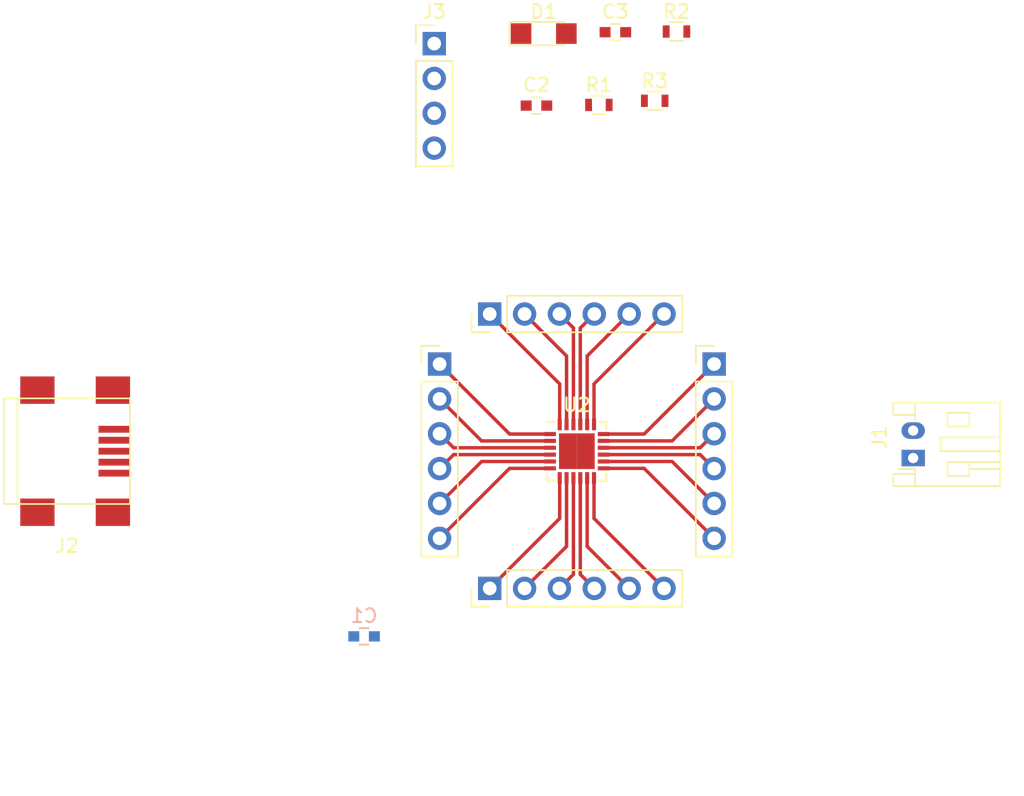
<source format=kicad_pcb>
(kicad_pcb (version 20171130) (host pcbnew 5.0.0-rc2-dev-unknown-5a90858~64~ubuntu18.04.1)

  (general
    (thickness 1.6)
    (drawings 0)
    (tracks 48)
    (zones 0)
    (modules 15)
    (nets 19)
  )

  (page A4)
  (layers
    (0 F.Cu signal)
    (31 B.Cu signal)
    (32 B.Adhes user)
    (33 F.Adhes user)
    (34 B.Paste user)
    (35 F.Paste user)
    (36 B.SilkS user)
    (37 F.SilkS user)
    (38 B.Mask user)
    (39 F.Mask user)
    (40 Dwgs.User user)
    (41 Cmts.User user)
    (42 Eco1.User user)
    (43 Eco2.User user)
    (44 Edge.Cuts user)
    (45 Margin user)
    (46 B.CrtYd user)
    (47 F.CrtYd user)
    (48 B.Fab user)
    (49 F.Fab user)
  )

  (setup
    (last_trace_width 0.25)
    (trace_clearance 0.2)
    (zone_clearance 0.508)
    (zone_45_only no)
    (trace_min 0.2)
    (segment_width 0.2)
    (edge_width 0.15)
    (via_size 0.6)
    (via_drill 0.4)
    (via_min_size 0.4)
    (via_min_drill 0.3)
    (uvia_size 0.3)
    (uvia_drill 0.1)
    (uvias_allowed no)
    (uvia_min_size 0.2)
    (uvia_min_drill 0.1)
    (pcb_text_width 0.3)
    (pcb_text_size 1.5 1.5)
    (mod_edge_width 0.15)
    (mod_text_size 1 1)
    (mod_text_width 0.15)
    (pad_size 1.7 1.7)
    (pad_drill 1)
    (pad_to_mask_clearance 0.2)
    (aux_axis_origin 0 0)
    (visible_elements FFFEFF7F)
    (pcbplotparams
      (layerselection 0x00030_80000001)
      (usegerberextensions false)
      (usegerberattributes false)
      (usegerberadvancedattributes false)
      (creategerberjobfile false)
      (excludeedgelayer true)
      (linewidth 0.100000)
      (plotframeref false)
      (viasonmask false)
      (mode 1)
      (useauxorigin false)
      (hpglpennumber 1)
      (hpglpenspeed 20)
      (hpglpendiameter 15)
      (psnegative false)
      (psa4output false)
      (plotreference true)
      (plotvalue true)
      (plotinvisibletext false)
      (padsonsilk false)
      (subtractmaskfromsilk false)
      (outputformat 1)
      (mirror false)
      (drillshape 1)
      (scaleselection 1)
      (outputdirectory ""))
  )

  (net 0 "")
  (net 1 GND)
  (net 2 LTC_IN)
  (net 3 LTC_OUT)
  (net 4 LTC_BAT)
  (net 5 LTC_NC)
  (net 6 LTC_CLDIS)
  (net 7 LTC_SUSP)
  (net 8 LTC_SHDN)
  (net 9 LTC_NTC)
  (net 10 LTC_V_NTC)
  (net 11 LTC_CHRGR)
  (net 12 LTC_POL)
  (net 13 LTC_WALL)
  (net 14 LTC_TIMER)
  (net 15 LTC_CLPROG)
  (net 16 LTC_PROG)
  (net 17 LTC_I_STAT)
  (net 18 "Net-(D1-Pad2)")

  (net_class Default "This is the default net class."
    (clearance 0.2)
    (trace_width 0.25)
    (via_dia 0.6)
    (via_drill 0.4)
    (uvia_dia 0.3)
    (uvia_drill 0.1)
    (add_net GND)
    (add_net LTC_BAT)
    (add_net LTC_CHRGR)
    (add_net LTC_CLDIS)
    (add_net LTC_CLPROG)
    (add_net LTC_IN)
    (add_net LTC_I_STAT)
    (add_net LTC_NC)
    (add_net LTC_NTC)
    (add_net LTC_OUT)
    (add_net LTC_POL)
    (add_net LTC_PROG)
    (add_net LTC_SHDN)
    (add_net LTC_SUSP)
    (add_net LTC_TIMER)
    (add_net LTC_V_NTC)
    (add_net LTC_WALL)
    (add_net "Net-(D1-Pad2)")
  )

  (module rca_switch_through_hole:Pin_Header_Straight_1x06_Pitch2.54mm_Modified locked (layer F.Cu) (tedit 5AC2F493) (tstamp 5AC2E955)
    (at 137.5 106.5)
    (descr "Through hole straight pin header, 1x06, 2.54mm pitch, single row")
    (tags "Through hole pin header THT 1x06 2.54mm single row")
    (fp_text reference REF** (at 0 -8.68) (layer F.SilkS) hide
      (effects (font (size 1 1) (thickness 0.15)))
    )
    (fp_text value Pin_Header_Straight_1x06_Pitch2.54mm (at 0 11.22) (layer F.Fab)
      (effects (font (size 1 1) (thickness 0.15)))
    )
    (fp_line (start -0.635 -7.62) (end 1.27 -7.62) (layer F.Fab) (width 0.1))
    (fp_line (start 1.27 -7.62) (end 1.27 7.62) (layer F.Fab) (width 0.1))
    (fp_line (start 1.27 7.62) (end -1.27 7.62) (layer F.Fab) (width 0.1))
    (fp_line (start -1.27 7.62) (end -1.27 -6.985) (layer F.Fab) (width 0.1))
    (fp_line (start -1.27 -6.985) (end -0.635 -7.62) (layer F.Fab) (width 0.1))
    (fp_line (start -1.33 7.68) (end 1.33 7.68) (layer F.SilkS) (width 0.12))
    (fp_line (start -1.33 -5.08) (end -1.33 7.68) (layer F.SilkS) (width 0.12))
    (fp_line (start 1.33 -5.08) (end 1.33 7.68) (layer F.SilkS) (width 0.12))
    (fp_line (start -1.33 -5.08) (end 1.33 -5.08) (layer F.SilkS) (width 0.12))
    (fp_line (start -1.33 -6.35) (end -1.33 -7.68) (layer F.SilkS) (width 0.12))
    (fp_line (start -1.33 -7.68) (end 0 -7.68) (layer F.SilkS) (width 0.12))
    (fp_line (start -1.8 -8.15) (end -1.8 8.15) (layer F.CrtYd) (width 0.05))
    (fp_line (start -1.8 8.15) (end 1.8 8.15) (layer F.CrtYd) (width 0.05))
    (fp_line (start 1.8 8.15) (end 1.8 -8.15) (layer F.CrtYd) (width 0.05))
    (fp_line (start 1.8 -8.15) (end -1.8 -8.15) (layer F.CrtYd) (width 0.05))
    (fp_text user %R (at 0 0 90) (layer F.Fab)
      (effects (font (size 1 1) (thickness 0.15)))
    )
    (pad 1 thru_hole rect (at 0 -6.35) (size 1.7 1.7) (drill 1) (layers *.Cu *.Mask)
      (net 3 LTC_OUT))
    (pad 2 thru_hole oval (at 0 -3.81) (size 1.7 1.7) (drill 1) (layers *.Cu *.Mask)
      (net 4 LTC_BAT))
    (pad 3 thru_hole oval (at 0 -1.27) (size 1.7 1.7) (drill 1) (layers *.Cu *.Mask)
      (net 3 LTC_OUT))
    (pad 4 thru_hole oval (at 0 1.27) (size 1.7 1.7) (drill 1) (layers *.Cu *.Mask)
      (net 4 LTC_BAT))
    (pad 5 thru_hole oval (at 0 3.81) (size 1.7 1.7) (drill 1) (layers *.Cu *.Mask)
      (net 4 LTC_BAT))
    (pad 6 thru_hole oval (at 0 6.35) (size 1.7 1.7) (drill 1) (layers *.Cu *.Mask)
      (net 5 LTC_NC))
    (model ${KISYS3DMOD}/Pin_Headers.3dshapes/Pin_Header_Straight_1x06_Pitch2.54mm.wrl
      (offset (xyz 0 6.349999904632568 0))
      (scale (xyz 1 1 1))
      (rotate (xyz 0 0 0))
    )
  )

  (module Housings_DFN_QFN:QFN-24-1EP_4x4mm_Pitch0.5mm locked (layer F.Cu) (tedit 54130A77) (tstamp 5AC2C5A3)
    (at 147.5 106.5)
    (descr "24-Lead Plastic Quad Flat, No Lead Package (MJ) - 4x4x0.9 mm Body [QFN]; (see Microchip Packaging Specification 00000049BS.pdf)")
    (tags "QFN 0.5")
    (path /5AC2C8EA)
    (attr smd)
    (fp_text reference U2 (at 0 -3.375) (layer F.SilkS)
      (effects (font (size 1 1) (thickness 0.15)))
    )
    (fp_text value LTC4066 (at 0 3.375) (layer F.Fab)
      (effects (font (size 1 1) (thickness 0.15)))
    )
    (fp_line (start -1 -2) (end 2 -2) (layer F.Fab) (width 0.15))
    (fp_line (start 2 -2) (end 2 2) (layer F.Fab) (width 0.15))
    (fp_line (start 2 2) (end -2 2) (layer F.Fab) (width 0.15))
    (fp_line (start -2 2) (end -2 -1) (layer F.Fab) (width 0.15))
    (fp_line (start -2 -1) (end -1 -2) (layer F.Fab) (width 0.15))
    (fp_line (start -2.65 -2.65) (end -2.65 2.65) (layer F.CrtYd) (width 0.05))
    (fp_line (start 2.65 -2.65) (end 2.65 2.65) (layer F.CrtYd) (width 0.05))
    (fp_line (start -2.65 -2.65) (end 2.65 -2.65) (layer F.CrtYd) (width 0.05))
    (fp_line (start -2.65 2.65) (end 2.65 2.65) (layer F.CrtYd) (width 0.05))
    (fp_line (start 2.15 -2.15) (end 2.15 -1.625) (layer F.SilkS) (width 0.15))
    (fp_line (start -2.15 2.15) (end -2.15 1.625) (layer F.SilkS) (width 0.15))
    (fp_line (start 2.15 2.15) (end 2.15 1.625) (layer F.SilkS) (width 0.15))
    (fp_line (start -2.15 -2.15) (end -1.625 -2.15) (layer F.SilkS) (width 0.15))
    (fp_line (start -2.15 2.15) (end -1.625 2.15) (layer F.SilkS) (width 0.15))
    (fp_line (start 2.15 2.15) (end 1.625 2.15) (layer F.SilkS) (width 0.15))
    (fp_line (start 2.15 -2.15) (end 1.625 -2.15) (layer F.SilkS) (width 0.15))
    (pad 1 smd rect (at -1.95 -1.25) (size 0.85 0.3) (layers F.Cu F.Paste F.Mask)
      (net 3 LTC_OUT))
    (pad 2 smd rect (at -1.95 -0.75) (size 0.85 0.3) (layers F.Cu F.Paste F.Mask)
      (net 4 LTC_BAT))
    (pad 3 smd rect (at -1.95 -0.25) (size 0.85 0.3) (layers F.Cu F.Paste F.Mask)
      (net 3 LTC_OUT))
    (pad 4 smd rect (at -1.95 0.25) (size 0.85 0.3) (layers F.Cu F.Paste F.Mask)
      (net 4 LTC_BAT))
    (pad 5 smd rect (at -1.95 0.75) (size 0.85 0.3) (layers F.Cu F.Paste F.Mask)
      (net 4 LTC_BAT))
    (pad 6 smd rect (at -1.95 1.25) (size 0.85 0.3) (layers F.Cu F.Paste F.Mask)
      (net 5 LTC_NC))
    (pad 7 smd rect (at -1.25 1.95 90) (size 0.85 0.3) (layers F.Cu F.Paste F.Mask)
      (net 5 LTC_NC))
    (pad 8 smd rect (at -0.75 1.95 90) (size 0.85 0.3) (layers F.Cu F.Paste F.Mask)
      (net 3 LTC_OUT))
    (pad 9 smd rect (at -0.25 1.95 90) (size 0.85 0.3) (layers F.Cu F.Paste F.Mask)
      (net 2 LTC_IN))
    (pad 10 smd rect (at 0.25 1.95 90) (size 0.85 0.3) (layers F.Cu F.Paste F.Mask)
      (net 6 LTC_CLDIS))
    (pad 11 smd rect (at 0.75 1.95 90) (size 0.85 0.3) (layers F.Cu F.Paste F.Mask)
      (net 7 LTC_SUSP))
    (pad 12 smd rect (at 1.25 1.95 90) (size 0.85 0.3) (layers F.Cu F.Paste F.Mask)
      (net 8 LTC_SHDN))
    (pad 13 smd rect (at 1.95 1.25) (size 0.85 0.3) (layers F.Cu F.Paste F.Mask))
    (pad 14 smd rect (at 1.95 0.75) (size 0.85 0.3) (layers F.Cu F.Paste F.Mask)
      (net 9 LTC_NTC))
    (pad 15 smd rect (at 1.95 0.25) (size 0.85 0.3) (layers F.Cu F.Paste F.Mask)
      (net 10 LTC_V_NTC))
    (pad 16 smd rect (at 1.95 -0.25) (size 0.85 0.3) (layers F.Cu F.Paste F.Mask)
      (net 13 LTC_WALL))
    (pad 17 smd rect (at 1.95 -0.75) (size 0.85 0.3) (layers F.Cu F.Paste F.Mask))
    (pad 18 smd rect (at 1.95 -1.25) (size 0.85 0.3) (layers F.Cu F.Paste F.Mask)
      (net 11 LTC_CHRGR))
    (pad 19 smd rect (at 1.25 -1.95 90) (size 0.85 0.3) (layers F.Cu F.Paste F.Mask)
      (net 12 LTC_POL))
    (pad 20 smd rect (at 0.75 -1.95 90) (size 0.85 0.3) (layers F.Cu F.Paste F.Mask)
      (net 13 LTC_WALL))
    (pad 21 smd rect (at 0.25 -1.95 90) (size 0.85 0.3) (layers F.Cu F.Paste F.Mask)
      (net 14 LTC_TIMER))
    (pad 22 smd rect (at -0.25 -1.95 90) (size 0.85 0.3) (layers F.Cu F.Paste F.Mask)
      (net 15 LTC_CLPROG))
    (pad 23 smd rect (at -0.75 -1.95 90) (size 0.85 0.3) (layers F.Cu F.Paste F.Mask)
      (net 16 LTC_PROG))
    (pad 24 smd rect (at -1.25 -1.95 90) (size 0.85 0.3) (layers F.Cu F.Paste F.Mask)
      (net 17 LTC_I_STAT))
    (pad 25 smd rect (at 0.65 0.65) (size 1.3 1.3) (layers F.Cu F.Paste F.Mask)
      (net 13 LTC_WALL) (solder_paste_margin_ratio -0.2))
    (pad 25 smd rect (at 0.65 -0.65) (size 1.3 1.3) (layers F.Cu F.Paste F.Mask)
      (net 13 LTC_WALL) (solder_paste_margin_ratio -0.2))
    (pad 25 smd rect (at -0.65 0.65) (size 1.3 1.3) (layers F.Cu F.Paste F.Mask)
      (net 13 LTC_WALL) (solder_paste_margin_ratio -0.2))
    (pad 25 smd rect (at -0.65 -0.65) (size 1.3 1.3) (layers F.Cu F.Paste F.Mask)
      (net 13 LTC_WALL) (solder_paste_margin_ratio -0.2))
    (model ${KISYS3DMOD}/Housings_DFN_QFN.3dshapes/QFN-24-1EP_4x4mm_Pitch0.5mm.wrl
      (at (xyz 0 0 0))
      (scale (xyz 1 1 1))
      (rotate (xyz 0 0 0))
    )
  )

  (module rca_switch_through_hole:Pin_Header_Straight_1x06_Pitch2.54mm_Modified locked (layer F.Cu) (tedit 5AC2F748) (tstamp 5AC2E957)
    (at 147.5 96.5 90)
    (descr "Through hole straight pin header, 1x06, 2.54mm pitch, single row")
    (tags "Through hole pin header THT 1x06 2.54mm single row")
    (fp_text reference REF** (at 0 -8.68 90) (layer F.SilkS) hide
      (effects (font (size 1 1) (thickness 0.15)))
    )
    (fp_text value Pin_Header_Straight_1x06_Pitch2.54mm (at 0 11.22 90) (layer F.Fab)
      (effects (font (size 1 1) (thickness 0.15)))
    )
    (fp_line (start -0.635 -7.62) (end 1.27 -7.62) (layer F.Fab) (width 0.1))
    (fp_line (start 1.27 -7.62) (end 1.27 7.62) (layer F.Fab) (width 0.1))
    (fp_line (start 1.27 7.62) (end -1.27 7.62) (layer F.Fab) (width 0.1))
    (fp_line (start -1.27 7.62) (end -1.27 -6.985) (layer F.Fab) (width 0.1))
    (fp_line (start -1.27 -6.985) (end -0.635 -7.62) (layer F.Fab) (width 0.1))
    (fp_line (start -1.33 7.68) (end 1.33 7.68) (layer F.SilkS) (width 0.12))
    (fp_line (start -1.33 -5.08) (end -1.33 7.68) (layer F.SilkS) (width 0.12))
    (fp_line (start 1.33 -5.08) (end 1.33 7.68) (layer F.SilkS) (width 0.12))
    (fp_line (start -1.33 -5.08) (end 1.33 -5.08) (layer F.SilkS) (width 0.12))
    (fp_line (start -1.33 -6.35) (end -1.33 -7.68) (layer F.SilkS) (width 0.12))
    (fp_line (start -1.33 -7.68) (end 0 -7.68) (layer F.SilkS) (width 0.12))
    (fp_line (start -1.8 -8.15) (end -1.8 8.15) (layer F.CrtYd) (width 0.05))
    (fp_line (start -1.8 8.15) (end 1.8 8.15) (layer F.CrtYd) (width 0.05))
    (fp_line (start 1.8 8.15) (end 1.8 -8.15) (layer F.CrtYd) (width 0.05))
    (fp_line (start 1.8 -8.15) (end -1.8 -8.15) (layer F.CrtYd) (width 0.05))
    (fp_text user %R (at 2.25 0.5 180) (layer F.Fab)
      (effects (font (size 1 1) (thickness 0.15)))
    )
    (pad 1 thru_hole rect (at 0 -6.35 90) (size 1.7 1.7) (drill 1) (layers *.Cu *.Mask)
      (net 17 LTC_I_STAT))
    (pad 2 thru_hole oval (at 0 -3.81 90) (size 1.7 1.7) (drill 1) (layers *.Cu *.Mask)
      (net 16 LTC_PROG))
    (pad 3 thru_hole oval (at 0 -1.27 90) (size 1.7 1.7) (drill 1) (layers *.Cu *.Mask)
      (net 15 LTC_CLPROG))
    (pad 4 thru_hole oval (at 0 1.27 90) (size 1.7 1.7) (drill 1) (layers *.Cu *.Mask)
      (net 14 LTC_TIMER))
    (pad 5 thru_hole oval (at 0 3.81 90) (size 1.7 1.7) (drill 1) (layers *.Cu *.Mask)
      (net 13 LTC_WALL))
    (pad 6 thru_hole oval (at 0 6.35 90) (size 1.7 1.7) (drill 1) (layers *.Cu *.Mask)
      (net 12 LTC_POL))
    (model ${KISYS3DMOD}/Pin_Headers.3dshapes/Pin_Header_Straight_1x06_Pitch2.54mm.wrl
      (offset (xyz 0 6.349999904632568 0))
      (scale (xyz 1 1 1))
      (rotate (xyz 0 0 0))
    )
  )

  (module rca_switch_through_hole:Pin_Header_Straight_1x06_Pitch2.54mm_Modified locked (layer F.Cu) (tedit 5AC2F4DB) (tstamp 5AC2E959)
    (at 147.5 116.5 90)
    (descr "Through hole straight pin header, 1x06, 2.54mm pitch, single row")
    (tags "Through hole pin header THT 1x06 2.54mm single row")
    (fp_text reference REF** (at 0 -8.68 90) (layer F.SilkS) hide
      (effects (font (size 1 1) (thickness 0.15)))
    )
    (fp_text value Pin_Header_Straight_1x06_Pitch2.54mm (at 0 11.22 90) (layer F.Fab)
      (effects (font (size 1 1) (thickness 0.15)))
    )
    (fp_line (start -0.635 -7.62) (end 1.27 -7.62) (layer F.Fab) (width 0.1))
    (fp_line (start 1.27 -7.62) (end 1.27 7.62) (layer F.Fab) (width 0.1))
    (fp_line (start 1.27 7.62) (end -1.27 7.62) (layer F.Fab) (width 0.1))
    (fp_line (start -1.27 7.62) (end -1.27 -6.985) (layer F.Fab) (width 0.1))
    (fp_line (start -1.27 -6.985) (end -0.635 -7.62) (layer F.Fab) (width 0.1))
    (fp_line (start -1.33 7.68) (end 1.33 7.68) (layer F.SilkS) (width 0.12))
    (fp_line (start -1.33 -5.08) (end -1.33 7.68) (layer F.SilkS) (width 0.12))
    (fp_line (start 1.33 -5.08) (end 1.33 7.68) (layer F.SilkS) (width 0.12))
    (fp_line (start -1.33 -5.08) (end 1.33 -5.08) (layer F.SilkS) (width 0.12))
    (fp_line (start -1.33 -6.35) (end -1.33 -7.68) (layer F.SilkS) (width 0.12))
    (fp_line (start -1.33 -7.68) (end 0 -7.68) (layer F.SilkS) (width 0.12))
    (fp_line (start -1.8 -8.15) (end -1.8 8.15) (layer F.CrtYd) (width 0.05))
    (fp_line (start -1.8 8.15) (end 1.8 8.15) (layer F.CrtYd) (width 0.05))
    (fp_line (start 1.8 8.15) (end 1.8 -8.15) (layer F.CrtYd) (width 0.05))
    (fp_line (start 1.8 -8.15) (end -1.8 -8.15) (layer F.CrtYd) (width 0.05))
    (fp_text user %R (at 0 0 180) (layer F.Fab)
      (effects (font (size 1 1) (thickness 0.15)))
    )
    (pad 1 thru_hole rect (at 0 -6.35 90) (size 1.7 1.7) (drill 1) (layers *.Cu *.Mask)
      (net 5 LTC_NC))
    (pad 2 thru_hole oval (at 0 -3.81 90) (size 1.7 1.7) (drill 1) (layers *.Cu *.Mask)
      (net 3 LTC_OUT))
    (pad 3 thru_hole oval (at 0 -1.27 90) (size 1.7 1.7) (drill 1) (layers *.Cu *.Mask)
      (net 2 LTC_IN))
    (pad 4 thru_hole oval (at 0 1.27 90) (size 1.7 1.7) (drill 1) (layers *.Cu *.Mask)
      (net 6 LTC_CLDIS))
    (pad 5 thru_hole oval (at 0 3.81 90) (size 1.7 1.7) (drill 1) (layers *.Cu *.Mask)
      (net 7 LTC_SUSP))
    (pad 6 thru_hole oval (at 0 6.35 90) (size 1.7 1.7) (drill 1) (layers *.Cu *.Mask)
      (net 8 LTC_SHDN))
    (model ${KISYS3DMOD}/Pin_Headers.3dshapes/Pin_Header_Straight_1x06_Pitch2.54mm.wrl
      (offset (xyz 0 6.349999904632568 0))
      (scale (xyz 1 1 1))
      (rotate (xyz 0 0 0))
    )
  )

  (module rca_switch_through_hole:Pin_Header_Straight_1x06_Pitch2.54mm_Modified locked (layer F.Cu) (tedit 5AC2F987) (tstamp 5AC2FA01)
    (at 157.5 106.5)
    (descr "Through hole straight pin header, 1x06, 2.54mm pitch, single row")
    (tags "Through hole pin header THT 1x06 2.54mm single row")
    (fp_text reference REF** (at 0 -8.68) (layer F.SilkS) hide
      (effects (font (size 1 1) (thickness 0.15)))
    )
    (fp_text value Pin_Header_Straight_1x06_Pitch2.54mm (at 0 11.22) (layer F.Fab)
      (effects (font (size 1 1) (thickness 0.15)))
    )
    (fp_line (start -0.635 -7.62) (end 1.27 -7.62) (layer F.Fab) (width 0.1))
    (fp_line (start 1.27 -7.62) (end 1.27 7.62) (layer F.Fab) (width 0.1))
    (fp_line (start 1.27 7.62) (end -1.27 7.62) (layer F.Fab) (width 0.1))
    (fp_line (start -1.27 7.62) (end -1.27 -6.985) (layer F.Fab) (width 0.1))
    (fp_line (start -1.27 -6.985) (end -0.635 -7.62) (layer F.Fab) (width 0.1))
    (fp_line (start -1.33 7.68) (end 1.33 7.68) (layer F.SilkS) (width 0.12))
    (fp_line (start -1.33 -5.08) (end -1.33 7.68) (layer F.SilkS) (width 0.12))
    (fp_line (start 1.33 -5.08) (end 1.33 7.68) (layer F.SilkS) (width 0.12))
    (fp_line (start -1.33 -5.08) (end 1.33 -5.08) (layer F.SilkS) (width 0.12))
    (fp_line (start -1.33 -6.35) (end -1.33 -7.68) (layer F.SilkS) (width 0.12))
    (fp_line (start -1.33 -7.68) (end 0 -7.68) (layer F.SilkS) (width 0.12))
    (fp_line (start -1.8 -8.15) (end -1.8 8.15) (layer F.CrtYd) (width 0.05))
    (fp_line (start -1.8 8.15) (end 1.8 8.15) (layer F.CrtYd) (width 0.05))
    (fp_line (start 1.8 8.15) (end 1.8 -8.15) (layer F.CrtYd) (width 0.05))
    (fp_line (start 1.8 -8.15) (end -1.8 -8.15) (layer F.CrtYd) (width 0.05))
    (fp_text user %R (at 0 0 90) (layer F.Fab)
      (effects (font (size 1 1) (thickness 0.15)))
    )
    (pad 1 thru_hole rect (at 0 -6.35) (size 1.7 1.7) (drill 1) (layers *.Cu *.Mask)
      (net 11 LTC_CHRGR))
    (pad LTC_ thru_hole oval (at 0 -3.81) (size 1.7 1.7) (drill 1) (layers *.Cu *.Mask))
    (pad 3 thru_hole oval (at 0 -1.27) (size 1.7 1.7) (drill 1) (layers *.Cu *.Mask)
      (net 1 GND))
    (pad 4 thru_hole oval (at 0 1.27) (size 1.7 1.7) (drill 1) (layers *.Cu *.Mask)
      (net 10 LTC_V_NTC))
    (pad 5 thru_hole oval (at 0 3.81) (size 1.7 1.7) (drill 1) (layers *.Cu *.Mask)
      (net 9 LTC_NTC))
    (pad LTC_ thru_hole oval (at 0 6.35) (size 1.7 1.7) (drill 1) (layers *.Cu *.Mask))
    (model ${KISYS3DMOD}/Pin_Headers.3dshapes/Pin_Header_Straight_1x06_Pitch2.54mm.wrl
      (offset (xyz 0 6.349999904632568 0))
      (scale (xyz 1 1 1))
      (rotate (xyz 0 0 0))
    )
  )

  (module Connectors:USB_Mini-B (layer F.Cu) (tedit 5543E571) (tstamp 5AF25887)
    (at 111 106.5)
    (descr "USB Mini-B 5-pin SMD connector")
    (tags "USB USB_B USB_Mini connector")
    (path /5AC2C6C0)
    (attr smd)
    (fp_text reference J2 (at -0.65 6.9) (layer F.SilkS)
      (effects (font (size 1 1) (thickness 0.15)))
    )
    (fp_text value USB_B (at -0.65 -7.1) (layer F.Fab)
      (effects (font (size 1 1) (thickness 0.15)))
    )
    (fp_line (start -5.5 -5.7) (end 4.2 -5.7) (layer F.CrtYd) (width 0.05))
    (fp_line (start 4.2 -5.7) (end 4.2 5.7) (layer F.CrtYd) (width 0.05))
    (fp_line (start 4.2 5.7) (end -5.5 5.7) (layer F.CrtYd) (width 0.05))
    (fp_line (start -5.5 5.7) (end -5.5 -5.7) (layer F.CrtYd) (width 0.05))
    (fp_line (start -4.25 -3.85) (end -4.25 3.85) (layer F.SilkS) (width 0.12))
    (fp_line (start -5.25 -3.85) (end -5.25 3.85) (layer F.SilkS) (width 0.12))
    (fp_line (start -5.25 3.85) (end 3.95 3.85) (layer F.SilkS) (width 0.12))
    (fp_line (start 3.95 3.85) (end 3.95 -3.85) (layer F.SilkS) (width 0.12))
    (fp_line (start 3.95 -3.85) (end -5.25 -3.85) (layer F.SilkS) (width 0.12))
    (pad 1 smd rect (at 2.8 -1.6) (size 2.3 0.5) (layers F.Cu F.Paste F.Mask)
      (net 2 LTC_IN))
    (pad 2 smd rect (at 2.8 -0.8) (size 2.3 0.5) (layers F.Cu F.Paste F.Mask))
    (pad 3 smd rect (at 2.8 0) (size 2.3 0.5) (layers F.Cu F.Paste F.Mask))
    (pad 4 smd rect (at 2.8 0.8) (size 2.3 0.5) (layers F.Cu F.Paste F.Mask)
      (net 13 LTC_WALL))
    (pad 5 smd rect (at 2.8 1.6) (size 2.3 0.5) (layers F.Cu F.Paste F.Mask))
    (pad 6 smd rect (at 2.7 -4.45) (size 2.5 2) (layers F.Cu F.Paste F.Mask))
    (pad 6 smd rect (at -2.8 -4.45) (size 2.5 2) (layers F.Cu F.Paste F.Mask))
    (pad 6 smd rect (at 2.7 4.45) (size 2.5 2) (layers F.Cu F.Paste F.Mask))
    (pad 6 smd rect (at -2.8 4.45) (size 2.5 2) (layers F.Cu F.Paste F.Mask))
    (pad "" np_thru_hole circle (at 0.2 -2.2) (size 0.9 0.9) (drill 0.9) (layers *.Cu *.Mask))
    (pad "" np_thru_hole circle (at 0.2 2.2) (size 0.9 0.9) (drill 0.9) (layers *.Cu *.Mask))
  )

  (module Connectors_JST:JST_PH_S2B-PH-K_02x2.00mm_Angled (layer F.Cu) (tedit 58D3FE32) (tstamp 5AF24853)
    (at 172 107 90)
    (descr "JST PH series connector, S2B-PH-K, side entry type, through hole, Datasheet: http://www.jst-mfg.com/product/pdf/eng/ePH.pdf")
    (tags "connector jst ph")
    (path /5AC2C597)
    (fp_text reference J1 (at 1.5 -2.45 90) (layer F.SilkS)
      (effects (font (size 1 1) (thickness 0.15)))
    )
    (fp_text value CONN_01X02 (at 1 7.25 90) (layer F.Fab)
      (effects (font (size 1 1) (thickness 0.15)))
    )
    (fp_text user %R (at 1 2.5 90) (layer F.Fab)
      (effects (font (size 1 1) (thickness 0.15)))
    )
    (fp_line (start 0.5 1.35) (end 0 0.85) (layer F.Fab) (width 0.1))
    (fp_line (start -0.5 1.35) (end 0.5 1.35) (layer F.Fab) (width 0.1))
    (fp_line (start 0 0.85) (end -0.5 1.35) (layer F.Fab) (width 0.1))
    (fp_line (start -0.8 0.15) (end -0.8 -1.05) (layer F.SilkS) (width 0.12))
    (fp_line (start 3.25 0.25) (end -1.25 0.25) (layer F.Fab) (width 0.1))
    (fp_line (start 3.25 -1.35) (end 3.25 0.25) (layer F.Fab) (width 0.1))
    (fp_line (start 3.95 -1.35) (end 3.25 -1.35) (layer F.Fab) (width 0.1))
    (fp_line (start 3.95 6.25) (end 3.95 -1.35) (layer F.Fab) (width 0.1))
    (fp_line (start -1.95 6.25) (end 3.95 6.25) (layer F.Fab) (width 0.1))
    (fp_line (start -1.95 -1.35) (end -1.95 6.25) (layer F.Fab) (width 0.1))
    (fp_line (start -1.25 -1.35) (end -1.95 -1.35) (layer F.Fab) (width 0.1))
    (fp_line (start -1.25 0.25) (end -1.25 -1.35) (layer F.Fab) (width 0.1))
    (fp_line (start 4.45 -1.85) (end -2.45 -1.85) (layer F.CrtYd) (width 0.05))
    (fp_line (start 4.45 6.75) (end 4.45 -1.85) (layer F.CrtYd) (width 0.05))
    (fp_line (start -2.45 6.75) (end 4.45 6.75) (layer F.CrtYd) (width 0.05))
    (fp_line (start -2.45 -1.85) (end -2.45 6.75) (layer F.CrtYd) (width 0.05))
    (fp_line (start -0.8 4.1) (end -0.8 6.35) (layer F.SilkS) (width 0.12))
    (fp_line (start -0.3 4.1) (end -0.3 6.35) (layer F.SilkS) (width 0.12))
    (fp_line (start 2.3 2.5) (end 3.3 2.5) (layer F.SilkS) (width 0.12))
    (fp_line (start 2.3 4.1) (end 2.3 2.5) (layer F.SilkS) (width 0.12))
    (fp_line (start 3.3 4.1) (end 2.3 4.1) (layer F.SilkS) (width 0.12))
    (fp_line (start 3.3 2.5) (end 3.3 4.1) (layer F.SilkS) (width 0.12))
    (fp_line (start -0.3 2.5) (end -1.3 2.5) (layer F.SilkS) (width 0.12))
    (fp_line (start -0.3 4.1) (end -0.3 2.5) (layer F.SilkS) (width 0.12))
    (fp_line (start -1.3 4.1) (end -0.3 4.1) (layer F.SilkS) (width 0.12))
    (fp_line (start -1.3 2.5) (end -1.3 4.1) (layer F.SilkS) (width 0.12))
    (fp_line (start 4.05 0.15) (end 3.15 0.15) (layer F.SilkS) (width 0.12))
    (fp_line (start -2.05 0.15) (end -1.15 0.15) (layer F.SilkS) (width 0.12))
    (fp_line (start 3.15 0.15) (end 2.8 0.15) (layer F.SilkS) (width 0.12))
    (fp_line (start 3.15 -1.45) (end 3.15 0.15) (layer F.SilkS) (width 0.12))
    (fp_line (start 4.05 -1.45) (end 3.15 -1.45) (layer F.SilkS) (width 0.12))
    (fp_line (start 4.05 6.35) (end 4.05 -1.45) (layer F.SilkS) (width 0.12))
    (fp_line (start -2.05 6.35) (end 4.05 6.35) (layer F.SilkS) (width 0.12))
    (fp_line (start -2.05 -1.45) (end -2.05 6.35) (layer F.SilkS) (width 0.12))
    (fp_line (start -1.15 -1.45) (end -2.05 -1.45) (layer F.SilkS) (width 0.12))
    (fp_line (start -1.15 0.15) (end -1.15 -1.45) (layer F.SilkS) (width 0.12))
    (fp_line (start -0.8 0.15) (end -1.15 0.15) (layer F.SilkS) (width 0.12))
    (fp_line (start 1.5 2) (end 1.5 6.35) (layer F.SilkS) (width 0.12))
    (fp_line (start 0.5 2) (end 1.5 2) (layer F.SilkS) (width 0.12))
    (fp_line (start 0.5 6.35) (end 0.5 2) (layer F.SilkS) (width 0.12))
    (pad 2 thru_hole oval (at 2 0 90) (size 1.2 1.7) (drill 0.75) (layers *.Cu *.Mask)
      (net 13 LTC_WALL))
    (pad 1 thru_hole rect (at 0 0 90) (size 1.2 1.7) (drill 0.75) (layers *.Cu *.Mask)
      (net 4 LTC_BAT))
    (model ${KISYS3DMOD}/Connectors_JST.3dshapes/JST_PH_S2B-PH-K_02x2.00mm_Angled.wrl
      (at (xyz 0 0 0))
      (scale (xyz 1 1 1))
      (rotate (xyz 0 0 0))
    )
  )

  (module Capacitors_SMD:C_0603 (layer B.Cu) (tedit 59958EE7) (tstamp 5AF4E1FB)
    (at 132 120 180)
    (descr "Capacitor SMD 0603, reflow soldering, AVX (see smccp.pdf)")
    (tags "capacitor 0603")
    (path /5AC2CAB6)
    (attr smd)
    (fp_text reference C1 (at 0 1.5 180) (layer B.SilkS)
      (effects (font (size 1 1) (thickness 0.15)) (justify mirror))
    )
    (fp_text value 4.7uF (at 0 -1.5 180) (layer B.Fab)
      (effects (font (size 1 1) (thickness 0.15)) (justify mirror))
    )
    (fp_text user %R (at 0 0 180) (layer B.Fab)
      (effects (font (size 0.3 0.3) (thickness 0.075)) (justify mirror))
    )
    (fp_line (start -0.8 -0.4) (end -0.8 0.4) (layer B.Fab) (width 0.1))
    (fp_line (start 0.8 -0.4) (end -0.8 -0.4) (layer B.Fab) (width 0.1))
    (fp_line (start 0.8 0.4) (end 0.8 -0.4) (layer B.Fab) (width 0.1))
    (fp_line (start -0.8 0.4) (end 0.8 0.4) (layer B.Fab) (width 0.1))
    (fp_line (start -0.35 0.6) (end 0.35 0.6) (layer B.SilkS) (width 0.12))
    (fp_line (start 0.35 -0.6) (end -0.35 -0.6) (layer B.SilkS) (width 0.12))
    (fp_line (start -1.4 0.65) (end 1.4 0.65) (layer B.CrtYd) (width 0.05))
    (fp_line (start -1.4 0.65) (end -1.4 -0.65) (layer B.CrtYd) (width 0.05))
    (fp_line (start 1.4 -0.65) (end 1.4 0.65) (layer B.CrtYd) (width 0.05))
    (fp_line (start 1.4 -0.65) (end -1.4 -0.65) (layer B.CrtYd) (width 0.05))
    (pad 1 smd rect (at -0.75 0 180) (size 0.8 0.75) (layers B.Cu B.Paste B.Mask)
      (net 2 LTC_IN))
    (pad 2 smd rect (at 0.75 0 180) (size 0.8 0.75) (layers B.Cu B.Paste B.Mask)
      (net 13 LTC_WALL))
    (model Capacitors_SMD.3dshapes/C_0603.wrl
      (at (xyz 0 0 0))
      (scale (xyz 1 1 1))
      (rotate (xyz 0 0 0))
    )
  )

  (module Capacitors_SMD:C_0603 (layer F.Cu) (tedit 59958EE7) (tstamp 5AF4E3A5)
    (at 144.556428 81.3075)
    (descr "Capacitor SMD 0603, reflow soldering, AVX (see smccp.pdf)")
    (tags "capacitor 0603")
    (path /5AF37BB8)
    (attr smd)
    (fp_text reference C2 (at 0 -1.5) (layer F.SilkS)
      (effects (font (size 1 1) (thickness 0.15)))
    )
    (fp_text value 4.7uF (at 0 1.5) (layer F.Fab)
      (effects (font (size 1 1) (thickness 0.15)))
    )
    (fp_line (start 1.4 0.65) (end -1.4 0.65) (layer F.CrtYd) (width 0.05))
    (fp_line (start 1.4 0.65) (end 1.4 -0.65) (layer F.CrtYd) (width 0.05))
    (fp_line (start -1.4 -0.65) (end -1.4 0.65) (layer F.CrtYd) (width 0.05))
    (fp_line (start -1.4 -0.65) (end 1.4 -0.65) (layer F.CrtYd) (width 0.05))
    (fp_line (start 0.35 0.6) (end -0.35 0.6) (layer F.SilkS) (width 0.12))
    (fp_line (start -0.35 -0.6) (end 0.35 -0.6) (layer F.SilkS) (width 0.12))
    (fp_line (start -0.8 -0.4) (end 0.8 -0.4) (layer F.Fab) (width 0.1))
    (fp_line (start 0.8 -0.4) (end 0.8 0.4) (layer F.Fab) (width 0.1))
    (fp_line (start 0.8 0.4) (end -0.8 0.4) (layer F.Fab) (width 0.1))
    (fp_line (start -0.8 0.4) (end -0.8 -0.4) (layer F.Fab) (width 0.1))
    (fp_text user %R (at 0 0) (layer F.Fab)
      (effects (font (size 0.3 0.3) (thickness 0.075)))
    )
    (pad 2 smd rect (at 0.75 0) (size 0.8 0.75) (layers F.Cu F.Paste F.Mask)
      (net 13 LTC_WALL))
    (pad 1 smd rect (at -0.75 0) (size 0.8 0.75) (layers F.Cu F.Paste F.Mask)
      (net 3 LTC_OUT))
    (model Capacitors_SMD.3dshapes/C_0603.wrl
      (at (xyz 0 0 0))
      (scale (xyz 1 1 1))
      (rotate (xyz 0 0 0))
    )
  )

  (module Capacitors_SMD:C_0603 (layer F.Cu) (tedit 59958EE7) (tstamp 5AF4E22C)
    (at 150.306428 75.9575)
    (descr "Capacitor SMD 0603, reflow soldering, AVX (see smccp.pdf)")
    (tags "capacitor 0603")
    (path /5AF3A971)
    (attr smd)
    (fp_text reference C3 (at 0 -1.5) (layer F.SilkS)
      (effects (font (size 1 1) (thickness 0.15)))
    )
    (fp_text value 0.1uF (at 0 1.5) (layer F.Fab)
      (effects (font (size 1 1) (thickness 0.15)))
    )
    (fp_text user %R (at 0 0) (layer F.Fab)
      (effects (font (size 0.3 0.3) (thickness 0.075)))
    )
    (fp_line (start -0.8 0.4) (end -0.8 -0.4) (layer F.Fab) (width 0.1))
    (fp_line (start 0.8 0.4) (end -0.8 0.4) (layer F.Fab) (width 0.1))
    (fp_line (start 0.8 -0.4) (end 0.8 0.4) (layer F.Fab) (width 0.1))
    (fp_line (start -0.8 -0.4) (end 0.8 -0.4) (layer F.Fab) (width 0.1))
    (fp_line (start -0.35 -0.6) (end 0.35 -0.6) (layer F.SilkS) (width 0.12))
    (fp_line (start 0.35 0.6) (end -0.35 0.6) (layer F.SilkS) (width 0.12))
    (fp_line (start -1.4 -0.65) (end 1.4 -0.65) (layer F.CrtYd) (width 0.05))
    (fp_line (start -1.4 -0.65) (end -1.4 0.65) (layer F.CrtYd) (width 0.05))
    (fp_line (start 1.4 0.65) (end 1.4 -0.65) (layer F.CrtYd) (width 0.05))
    (fp_line (start 1.4 0.65) (end -1.4 0.65) (layer F.CrtYd) (width 0.05))
    (pad 1 smd rect (at -0.75 0) (size 0.8 0.75) (layers F.Cu F.Paste F.Mask)
      (net 14 LTC_TIMER))
    (pad 2 smd rect (at 0.75 0) (size 0.8 0.75) (layers F.Cu F.Paste F.Mask)
      (net 13 LTC_WALL))
    (model Capacitors_SMD.3dshapes/C_0603.wrl
      (at (xyz 0 0 0))
      (scale (xyz 1 1 1))
      (rotate (xyz 0 0 0))
    )
  )

  (module LEDs:LED_1206 (layer F.Cu) (tedit 57FE943C) (tstamp 5AF4E241)
    (at 145.085001 76.0575)
    (descr "LED 1206 smd package")
    (tags "LED led 1206 SMD smd SMT smt smdled SMDLED smtled SMTLED")
    (path /5AF39A50)
    (attr smd)
    (fp_text reference D1 (at 0 -1.6) (layer F.SilkS)
      (effects (font (size 1 1) (thickness 0.15)))
    )
    (fp_text value LED (at 0 1.7) (layer F.Fab)
      (effects (font (size 1 1) (thickness 0.15)))
    )
    (fp_line (start -2.65 -1) (end 2.65 -1) (layer F.CrtYd) (width 0.05))
    (fp_line (start -2.65 1) (end -2.65 -1) (layer F.CrtYd) (width 0.05))
    (fp_line (start 2.65 1) (end -2.65 1) (layer F.CrtYd) (width 0.05))
    (fp_line (start 2.65 -1) (end 2.65 1) (layer F.CrtYd) (width 0.05))
    (fp_line (start -2.45 -0.85) (end 1.6 -0.85) (layer F.SilkS) (width 0.12))
    (fp_line (start -2.45 0.85) (end 1.6 0.85) (layer F.SilkS) (width 0.12))
    (fp_line (start -1.6 0.8) (end -1.6 -0.8) (layer F.Fab) (width 0.1))
    (fp_line (start -1.6 -0.8) (end 1.6 -0.8) (layer F.Fab) (width 0.1))
    (fp_line (start 1.6 -0.8) (end 1.6 0.8) (layer F.Fab) (width 0.1))
    (fp_line (start 1.6 0.8) (end -1.6 0.8) (layer F.Fab) (width 0.1))
    (fp_line (start 0.2 -0.4) (end 0.2 0.4) (layer F.Fab) (width 0.1))
    (fp_line (start 0.2 0.4) (end -0.4 0) (layer F.Fab) (width 0.1))
    (fp_line (start -0.4 0) (end 0.2 -0.4) (layer F.Fab) (width 0.1))
    (fp_line (start -0.45 -0.4) (end -0.45 0.4) (layer F.Fab) (width 0.1))
    (fp_line (start -2.5 -0.85) (end -2.5 0.85) (layer F.SilkS) (width 0.12))
    (pad 1 smd rect (at -1.65 0 180) (size 1.5 1.5) (layers F.Cu F.Paste F.Mask)
      (net 11 LTC_CHRGR))
    (pad 2 smd rect (at 1.65 0 180) (size 1.5 1.5) (layers F.Cu F.Paste F.Mask)
      (net 18 "Net-(D1-Pad2)"))
    (model ${KISYS3DMOD}/LEDs.3dshapes/LED_1206.wrl
      (at (xyz 0 0 0))
      (scale (xyz 1 1 1))
      (rotate (xyz 0 0 180))
    )
  )

  (module Pin_Headers:Pin_Header_Straight_1x04_Pitch2.54mm (layer F.Cu) (tedit 59650532) (tstamp 5AF4E259)
    (at 137.108333 76.7875)
    (descr "Through hole straight pin header, 1x04, 2.54mm pitch, single row")
    (tags "Through hole pin header THT 1x04 2.54mm single row")
    (path /5AF4E71E)
    (fp_text reference J3 (at 0 -2.33) (layer F.SilkS)
      (effects (font (size 1 1) (thickness 0.15)))
    )
    (fp_text value CONN_01X04 (at 0 9.95) (layer F.Fab)
      (effects (font (size 1 1) (thickness 0.15)))
    )
    (fp_text user %R (at 0 3.81 90) (layer F.Fab)
      (effects (font (size 1 1) (thickness 0.15)))
    )
    (fp_line (start 1.8 -1.8) (end -1.8 -1.8) (layer F.CrtYd) (width 0.05))
    (fp_line (start 1.8 9.4) (end 1.8 -1.8) (layer F.CrtYd) (width 0.05))
    (fp_line (start -1.8 9.4) (end 1.8 9.4) (layer F.CrtYd) (width 0.05))
    (fp_line (start -1.8 -1.8) (end -1.8 9.4) (layer F.CrtYd) (width 0.05))
    (fp_line (start -1.33 -1.33) (end 0 -1.33) (layer F.SilkS) (width 0.12))
    (fp_line (start -1.33 0) (end -1.33 -1.33) (layer F.SilkS) (width 0.12))
    (fp_line (start -1.33 1.27) (end 1.33 1.27) (layer F.SilkS) (width 0.12))
    (fp_line (start 1.33 1.27) (end 1.33 8.95) (layer F.SilkS) (width 0.12))
    (fp_line (start -1.33 1.27) (end -1.33 8.95) (layer F.SilkS) (width 0.12))
    (fp_line (start -1.33 8.95) (end 1.33 8.95) (layer F.SilkS) (width 0.12))
    (fp_line (start -1.27 -0.635) (end -0.635 -1.27) (layer F.Fab) (width 0.1))
    (fp_line (start -1.27 8.89) (end -1.27 -0.635) (layer F.Fab) (width 0.1))
    (fp_line (start 1.27 8.89) (end -1.27 8.89) (layer F.Fab) (width 0.1))
    (fp_line (start 1.27 -1.27) (end 1.27 8.89) (layer F.Fab) (width 0.1))
    (fp_line (start -0.635 -1.27) (end 1.27 -1.27) (layer F.Fab) (width 0.1))
    (pad 4 thru_hole oval (at 0 7.62) (size 1.7 1.7) (drill 1) (layers *.Cu *.Mask))
    (pad 3 thru_hole oval (at 0 5.08) (size 1.7 1.7) (drill 1) (layers *.Cu *.Mask))
    (pad 2 thru_hole oval (at 0 2.54) (size 1.7 1.7) (drill 1) (layers *.Cu *.Mask)
      (net 13 LTC_WALL))
    (pad 1 thru_hole rect (at 0 0) (size 1.7 1.7) (drill 1) (layers *.Cu *.Mask)
      (net 3 LTC_OUT))
    (model ${KISYS3DMOD}/Pin_Headers.3dshapes/Pin_Header_Straight_1x04_Pitch2.54mm.wrl
      (at (xyz 0 0 0))
      (scale (xyz 1 1 1))
      (rotate (xyz 0 0 0))
    )
  )

  (module Resistors_SMD:R_0603 (layer F.Cu) (tedit 58E0A804) (tstamp 5AF4E26A)
    (at 149.103571 81.2575)
    (descr "Resistor SMD 0603, reflow soldering, Vishay (see dcrcw.pdf)")
    (tags "resistor 0603")
    (path /5AF39B8E)
    (attr smd)
    (fp_text reference R1 (at 0 -1.45) (layer F.SilkS)
      (effects (font (size 1 1) (thickness 0.15)))
    )
    (fp_text value 330R (at 0 1.5) (layer F.Fab)
      (effects (font (size 1 1) (thickness 0.15)))
    )
    (fp_line (start 1.25 0.7) (end -1.25 0.7) (layer F.CrtYd) (width 0.05))
    (fp_line (start 1.25 0.7) (end 1.25 -0.7) (layer F.CrtYd) (width 0.05))
    (fp_line (start -1.25 -0.7) (end -1.25 0.7) (layer F.CrtYd) (width 0.05))
    (fp_line (start -1.25 -0.7) (end 1.25 -0.7) (layer F.CrtYd) (width 0.05))
    (fp_line (start -0.5 -0.68) (end 0.5 -0.68) (layer F.SilkS) (width 0.12))
    (fp_line (start 0.5 0.68) (end -0.5 0.68) (layer F.SilkS) (width 0.12))
    (fp_line (start -0.8 -0.4) (end 0.8 -0.4) (layer F.Fab) (width 0.1))
    (fp_line (start 0.8 -0.4) (end 0.8 0.4) (layer F.Fab) (width 0.1))
    (fp_line (start 0.8 0.4) (end -0.8 0.4) (layer F.Fab) (width 0.1))
    (fp_line (start -0.8 0.4) (end -0.8 -0.4) (layer F.Fab) (width 0.1))
    (fp_text user %R (at 0 0) (layer F.Fab)
      (effects (font (size 0.4 0.4) (thickness 0.075)))
    )
    (pad 2 smd rect (at 0.75 0) (size 0.5 0.9) (layers F.Cu F.Paste F.Mask)
      (net 18 "Net-(D1-Pad2)"))
    (pad 1 smd rect (at -0.75 0) (size 0.5 0.9) (layers F.Cu F.Paste F.Mask)
      (net 2 LTC_IN))
    (model ${KISYS3DMOD}/Resistors_SMD.3dshapes/R_0603.wrl
      (at (xyz 0 0 0))
      (scale (xyz 1 1 1))
      (rotate (xyz 0 0 0))
    )
  )

  (module Resistors_SMD:R_0603 (layer F.Cu) (tedit 58E0A804) (tstamp 5AF4E27B)
    (at 154.758333 75.9075)
    (descr "Resistor SMD 0603, reflow soldering, Vishay (see dcrcw.pdf)")
    (tags "resistor 0603")
    (path /5AF37730)
    (attr smd)
    (fp_text reference R2 (at 0 -1.45) (layer F.SilkS)
      (effects (font (size 1 1) (thickness 0.15)))
    )
    (fp_text value 100k (at 0 1.5) (layer F.Fab)
      (effects (font (size 1 1) (thickness 0.15)))
    )
    (fp_line (start 1.25 0.7) (end -1.25 0.7) (layer F.CrtYd) (width 0.05))
    (fp_line (start 1.25 0.7) (end 1.25 -0.7) (layer F.CrtYd) (width 0.05))
    (fp_line (start -1.25 -0.7) (end -1.25 0.7) (layer F.CrtYd) (width 0.05))
    (fp_line (start -1.25 -0.7) (end 1.25 -0.7) (layer F.CrtYd) (width 0.05))
    (fp_line (start -0.5 -0.68) (end 0.5 -0.68) (layer F.SilkS) (width 0.12))
    (fp_line (start 0.5 0.68) (end -0.5 0.68) (layer F.SilkS) (width 0.12))
    (fp_line (start -0.8 -0.4) (end 0.8 -0.4) (layer F.Fab) (width 0.1))
    (fp_line (start 0.8 -0.4) (end 0.8 0.4) (layer F.Fab) (width 0.1))
    (fp_line (start 0.8 0.4) (end -0.8 0.4) (layer F.Fab) (width 0.1))
    (fp_line (start -0.8 0.4) (end -0.8 -0.4) (layer F.Fab) (width 0.1))
    (fp_text user %R (at 0 0) (layer F.Fab)
      (effects (font (size 0.4 0.4) (thickness 0.075)))
    )
    (pad 2 smd rect (at 0.75 0) (size 0.5 0.9) (layers F.Cu F.Paste F.Mask)
      (net 16 LTC_PROG))
    (pad 1 smd rect (at -0.75 0) (size 0.5 0.9) (layers F.Cu F.Paste F.Mask)
      (net 13 LTC_WALL))
    (model ${KISYS3DMOD}/Resistors_SMD.3dshapes/R_0603.wrl
      (at (xyz 0 0 0))
      (scale (xyz 1 1 1))
      (rotate (xyz 0 0 0))
    )
  )

  (module Resistors_SMD:R_0603 (layer F.Cu) (tedit 58E0A804) (tstamp 5AF4E28C)
    (at 153.170238 80.9575)
    (descr "Resistor SMD 0603, reflow soldering, Vishay (see dcrcw.pdf)")
    (tags "resistor 0603")
    (path /5AF37844)
    (attr smd)
    (fp_text reference R3 (at 0 -1.45) (layer F.SilkS)
      (effects (font (size 1 1) (thickness 0.15)))
    )
    (fp_text value 2.1k (at 0 1.5) (layer F.Fab)
      (effects (font (size 1 1) (thickness 0.15)))
    )
    (fp_text user %R (at 0 0) (layer F.Fab)
      (effects (font (size 0.4 0.4) (thickness 0.075)))
    )
    (fp_line (start -0.8 0.4) (end -0.8 -0.4) (layer F.Fab) (width 0.1))
    (fp_line (start 0.8 0.4) (end -0.8 0.4) (layer F.Fab) (width 0.1))
    (fp_line (start 0.8 -0.4) (end 0.8 0.4) (layer F.Fab) (width 0.1))
    (fp_line (start -0.8 -0.4) (end 0.8 -0.4) (layer F.Fab) (width 0.1))
    (fp_line (start 0.5 0.68) (end -0.5 0.68) (layer F.SilkS) (width 0.12))
    (fp_line (start -0.5 -0.68) (end 0.5 -0.68) (layer F.SilkS) (width 0.12))
    (fp_line (start -1.25 -0.7) (end 1.25 -0.7) (layer F.CrtYd) (width 0.05))
    (fp_line (start -1.25 -0.7) (end -1.25 0.7) (layer F.CrtYd) (width 0.05))
    (fp_line (start 1.25 0.7) (end 1.25 -0.7) (layer F.CrtYd) (width 0.05))
    (fp_line (start 1.25 0.7) (end -1.25 0.7) (layer F.CrtYd) (width 0.05))
    (pad 1 smd rect (at -0.75 0) (size 0.5 0.9) (layers F.Cu F.Paste F.Mask)
      (net 13 LTC_WALL))
    (pad 2 smd rect (at 0.75 0) (size 0.5 0.9) (layers F.Cu F.Paste F.Mask)
      (net 15 LTC_CLPROG))
    (model ${KISYS3DMOD}/Resistors_SMD.3dshapes/R_0603.wrl
      (at (xyz 0 0 0))
      (scale (xyz 1 1 1))
      (rotate (xyz 0 0 0))
    )
  )

  (segment (start 149.45 107.75) (end 152.4 107.75) (width 0.25) (layer F.Cu) (net 0))
  (segment (start 152.4 107.75) (end 157.5 112.85) (width 0.25) (layer F.Cu) (net 0))
  (segment (start 149.45 105.75) (end 154.44 105.75) (width 0.25) (layer F.Cu) (net 0))
  (segment (start 154.44 105.75) (end 157.5 102.69) (width 0.25) (layer F.Cu) (net 0))
  (segment (start 149.45 106.25) (end 156.48 106.25) (width 0.25) (layer F.Cu) (net 1))
  (segment (start 156.48 106.25) (end 157.5 105.23) (width 0.25) (layer F.Cu) (net 1))
  (segment (start 147.25 108.45) (end 147.25 115.48) (width 0.25) (layer F.Cu) (net 2))
  (segment (start 147.25 115.48) (end 146.23 116.5) (width 0.25) (layer F.Cu) (net 2))
  (segment (start 146.75 108.45) (end 146.75 113.44) (width 0.25) (layer F.Cu) (net 3))
  (segment (start 146.75 113.44) (end 143.69 116.5) (width 0.25) (layer F.Cu) (net 3))
  (segment (start 145.55 105.25) (end 142.6 105.25) (width 0.25) (layer F.Cu) (net 3))
  (segment (start 142.6 105.25) (end 137.5 100.15) (width 0.25) (layer F.Cu) (net 3))
  (segment (start 145.55 106.25) (end 138.52 106.25) (width 0.25) (layer F.Cu) (net 3))
  (segment (start 138.52 106.25) (end 137.5 105.23) (width 0.25) (layer F.Cu) (net 3))
  (segment (start 145.55 107.25) (end 140.56 107.25) (width 0.25) (layer F.Cu) (net 4))
  (segment (start 140.56 107.25) (end 137.5 110.31) (width 0.25) (layer F.Cu) (net 4))
  (segment (start 145.55 105.75) (end 140.56 105.75) (width 0.25) (layer F.Cu) (net 4))
  (segment (start 140.56 105.75) (end 137.5 102.69) (width 0.25) (layer F.Cu) (net 4))
  (segment (start 145.55 106.75) (end 138.52 106.75) (width 0.25) (layer F.Cu) (net 4))
  (segment (start 138.52 106.75) (end 137.5 107.77) (width 0.25) (layer F.Cu) (net 4))
  (segment (start 146.25 108.45) (end 146.25 111.4) (width 0.25) (layer F.Cu) (net 5))
  (segment (start 146.25 111.4) (end 141.15 116.5) (width 0.25) (layer F.Cu) (net 5))
  (segment (start 145.55 107.75) (end 142.6 107.75) (width 0.25) (layer F.Cu) (net 5))
  (segment (start 142.6 107.75) (end 137.5 112.85) (width 0.25) (layer F.Cu) (net 5))
  (segment (start 147.75 108.45) (end 147.75 115.48) (width 0.25) (layer F.Cu) (net 6))
  (segment (start 147.75 115.48) (end 148.77 116.5) (width 0.25) (layer F.Cu) (net 6))
  (segment (start 148.25 108.45) (end 148.25 113.44) (width 0.25) (layer F.Cu) (net 7))
  (segment (start 148.25 113.44) (end 151.31 116.5) (width 0.25) (layer F.Cu) (net 7))
  (segment (start 148.75 108.45) (end 148.75 111.4) (width 0.25) (layer F.Cu) (net 8))
  (segment (start 148.75 111.4) (end 153.85 116.5) (width 0.25) (layer F.Cu) (net 8))
  (segment (start 149.45 107.25) (end 154.44 107.25) (width 0.25) (layer F.Cu) (net 9))
  (segment (start 154.44 107.25) (end 157.5 110.31) (width 0.25) (layer F.Cu) (net 9))
  (segment (start 149.45 106.75) (end 156.48 106.75) (width 0.25) (layer F.Cu) (net 10))
  (segment (start 156.48 106.75) (end 157.5 107.77) (width 0.25) (layer F.Cu) (net 10))
  (segment (start 149.45 105.25) (end 152.4 105.25) (width 0.25) (layer F.Cu) (net 11))
  (segment (start 152.4 105.25) (end 157.5 100.15) (width 0.25) (layer F.Cu) (net 11))
  (segment (start 148.75 104.55) (end 148.75 101.6) (width 0.25) (layer F.Cu) (net 12))
  (segment (start 148.75 101.6) (end 153.85 96.5) (width 0.25) (layer F.Cu) (net 12))
  (segment (start 148.25 104.55) (end 148.25 99.56) (width 0.25) (layer F.Cu) (net 13))
  (segment (start 148.25 99.56) (end 151.31 96.5) (width 0.25) (layer F.Cu) (net 13))
  (segment (start 147.75 104.55) (end 147.75 97.52) (width 0.25) (layer F.Cu) (net 14))
  (segment (start 147.75 97.52) (end 148.77 96.5) (width 0.25) (layer F.Cu) (net 14))
  (segment (start 147.25 104.55) (end 147.25 97.52) (width 0.25) (layer F.Cu) (net 15))
  (segment (start 147.25 97.52) (end 146.23 96.5) (width 0.25) (layer F.Cu) (net 15))
  (segment (start 146.75 104.55) (end 146.75 99.56) (width 0.25) (layer F.Cu) (net 16))
  (segment (start 146.75 99.56) (end 143.69 96.5) (width 0.25) (layer F.Cu) (net 16))
  (segment (start 146.25 104.55) (end 146.25 101.6) (width 0.25) (layer F.Cu) (net 17))
  (segment (start 146.25 101.6) (end 141.15 96.5) (width 0.25) (layer F.Cu) (net 17))

)

</source>
